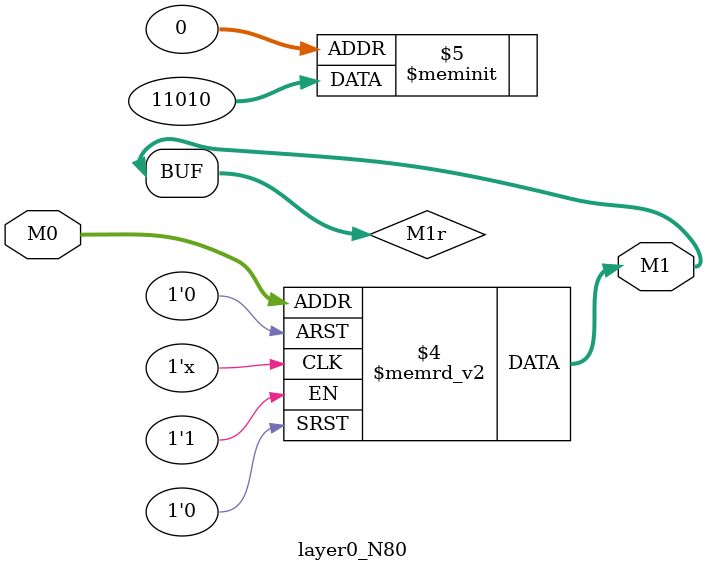
<source format=v>
module layer0_N80 ( input [3:0] M0, output [1:0] M1 );

	(*rom_style = "distributed" *) reg [1:0] M1r;
	assign M1 = M1r;
	always @ (M0) begin
		case (M0)
			4'b0000: M1r = 2'b10;
			4'b1000: M1r = 2'b00;
			4'b0100: M1r = 2'b11;
			4'b1100: M1r = 2'b00;
			4'b0010: M1r = 2'b00;
			4'b1010: M1r = 2'b00;
			4'b0110: M1r = 2'b10;
			4'b1110: M1r = 2'b00;
			4'b0001: M1r = 2'b00;
			4'b1001: M1r = 2'b00;
			4'b0101: M1r = 2'b10;
			4'b1101: M1r = 2'b00;
			4'b0011: M1r = 2'b00;
			4'b1011: M1r = 2'b00;
			4'b0111: M1r = 2'b00;
			4'b1111: M1r = 2'b00;

		endcase
	end
endmodule

</source>
